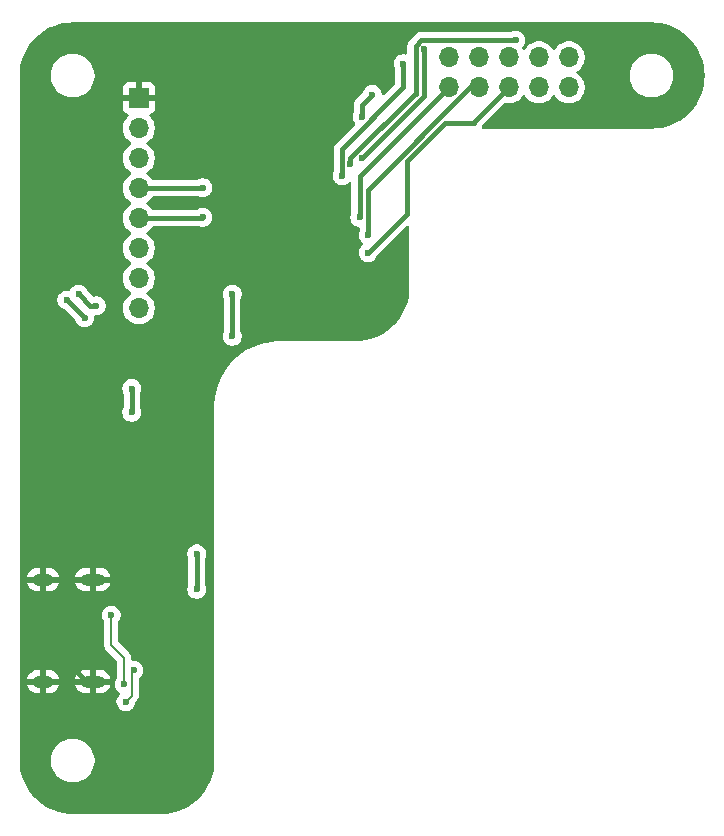
<source format=gbr>
%TF.GenerationSoftware,KiCad,Pcbnew,9.0.0*%
%TF.CreationDate,2025-03-13T15:17:37+10:00*%
%TF.ProjectId,Version 1,56657273-696f-46e2-9031-2e6b69636164,rev?*%
%TF.SameCoordinates,Original*%
%TF.FileFunction,Copper,L2,Bot*%
%TF.FilePolarity,Positive*%
%FSLAX46Y46*%
G04 Gerber Fmt 4.6, Leading zero omitted, Abs format (unit mm)*
G04 Created by KiCad (PCBNEW 9.0.0) date 2025-03-13 15:17:37*
%MOMM*%
%LPD*%
G01*
G04 APERTURE LIST*
%TA.AperFunction,ComponentPad*%
%ADD10O,1.700000X1.700000*%
%TD*%
%TA.AperFunction,ComponentPad*%
%ADD11O,2.100000X1.000000*%
%TD*%
%TA.AperFunction,ComponentPad*%
%ADD12O,1.800000X1.000000*%
%TD*%
%TA.AperFunction,HeatsinkPad*%
%ADD13C,0.600000*%
%TD*%
%TA.AperFunction,ComponentPad*%
%ADD14R,1.700000X1.700000*%
%TD*%
%TA.AperFunction,ViaPad*%
%ADD15C,0.600000*%
%TD*%
%TA.AperFunction,Conductor*%
%ADD16C,0.400000*%
%TD*%
%TA.AperFunction,Conductor*%
%ADD17C,0.200000*%
%TD*%
G04 APERTURE END LIST*
D10*
%TO.P,J3,1,Pin_1*%
%TO.N,IO40*%
X62000000Y-18460000D03*
%TO.P,J3,2,Pin_2*%
%TO.N,IO35*%
X62000000Y-21000000D03*
%TO.P,J3,3,Pin_3*%
%TO.N,IO41*%
X59460000Y-18460000D03*
%TO.P,J3,4,Pin_4*%
%TO.N,IO36*%
X59460000Y-21000000D03*
%TO.P,J3,5,Pin_5*%
%TO.N,IO42*%
X56920000Y-18460000D03*
%TO.P,J3,6,Pin_6*%
%TO.N,IO37*%
X56920000Y-21000000D03*
%TO.P,J3,7,Pin_7*%
%TO.N,IO2*%
X54380000Y-18460000D03*
%TO.P,J3,8,Pin_8*%
%TO.N,IO38*%
X54380000Y-21000000D03*
%TO.P,J3,9,Pin_9*%
%TO.N,IO1*%
X51840000Y-18460000D03*
%TO.P,J3,10,Pin_10*%
%TO.N,IO39*%
X51840000Y-21000000D03*
%TD*%
D11*
%TO.P,J1,SH1,SHELL_GND*%
%TO.N,GND*%
X21680000Y-62680000D03*
%TO.P,J1,SH2,SHELL_GND*%
X21680000Y-71320000D03*
D12*
%TO.P,J1,SH3,SHELL_GND*%
X17500000Y-62680000D03*
%TO.P,J1,SH4,SHELL_GND*%
X17500000Y-71320000D03*
%TD*%
D13*
%TO.P,U1,41,GND*%
%TO.N,GND*%
X34850000Y-29480000D03*
X34850000Y-30880000D03*
X35550000Y-28780000D03*
X35550000Y-30180000D03*
X35550000Y-31580000D03*
X36250000Y-29480000D03*
X36250000Y-30880000D03*
X36950000Y-28780000D03*
X36950000Y-30180000D03*
X36950000Y-31580000D03*
X37650000Y-29480000D03*
X37650000Y-30880000D03*
%TD*%
D14*
%TO.P,J2,1,Pin_1*%
%TO.N,GND*%
X25600000Y-21920000D03*
D10*
%TO.P,J2,2,Pin_2*%
%TO.N,+3.3V*%
X25600000Y-24460000D03*
%TO.P,J2,3,Pin_3*%
%TO.N,EN*%
X25600000Y-27000000D03*
%TO.P,J2,4,Pin_4*%
%TO.N,TXD0*%
X25600000Y-29540000D03*
%TO.P,J2,5,Pin_5*%
%TO.N,RXD0*%
X25600000Y-32080000D03*
%TO.P,J2,6,Pin_6*%
%TO.N,D-*%
X25600000Y-34620000D03*
%TO.P,J2,7,Pin_7*%
%TO.N,D+*%
X25600000Y-37160000D03*
%TO.P,J2,8,Pin_8*%
%TO.N,BOOT*%
X25600000Y-39700000D03*
%TD*%
D15*
%TO.N,+3.3V*%
X30500000Y-63500000D03*
X30500000Y-60500000D03*
X33500000Y-38500000D03*
X33500000Y-42071000D03*
%TO.N,GND*%
X43000000Y-24000000D03*
X17500000Y-32500000D03*
X39000000Y-28500000D03*
X19500000Y-66500000D03*
X25500000Y-69000000D03*
X22150000Y-44000000D03*
%TO.N,EN*%
X25000000Y-48500000D03*
X25000000Y-46500000D03*
X21000000Y-40500000D03*
X19500000Y-39000000D03*
%TO.N,BOOT*%
X22000000Y-39500000D03*
X20500000Y-38500000D03*
%TO.N,Net-(J1-CC1)*%
X23250961Y-65674281D03*
X24370025Y-71529975D03*
%TO.N,Net-(J1-CC2)*%
X25159975Y-70340025D03*
X24500000Y-73000000D03*
%TO.N,RXD0*%
X31000000Y-32000000D03*
%TO.N,TXD0*%
X31000000Y-29500000D03*
%TO.N,IO37*%
X45000000Y-35000000D03*
%TO.N,IO38*%
X45000000Y-33500000D03*
%TO.N,IO2*%
X45349000Y-21609000D03*
X44500000Y-23500000D03*
%TO.N,IO42*%
X44500000Y-27000000D03*
X49755025Y-17755025D03*
%TO.N,IO40*%
X48000000Y-19000000D03*
X42799000Y-28500000D03*
%TO.N,IO39*%
X44300000Y-32000000D03*
%TO.N,IO41*%
X57500000Y-17000000D03*
X43500000Y-27500000D03*
%TD*%
D16*
%TO.N,+3.3V*%
X33500000Y-42071000D02*
X33500000Y-38500000D01*
X30500000Y-63500000D02*
X30500000Y-60500000D01*
%TO.N,GND*%
X21230000Y-71320000D02*
X21680000Y-71320000D01*
X19500000Y-66500000D02*
X19500000Y-69590000D01*
X19500000Y-69590000D02*
X21230000Y-71320000D01*
%TO.N,EN*%
X21000000Y-40500000D02*
X19500000Y-39000000D01*
X19500000Y-39000000D02*
X19750000Y-39250000D01*
X25000000Y-48500000D02*
X25000000Y-46500000D01*
%TO.N,BOOT*%
X21500000Y-39500000D02*
X20500000Y-38500000D01*
X22000000Y-39500000D02*
X21500000Y-39500000D01*
D17*
%TO.N,Net-(J1-CC1)*%
X23250961Y-68210908D02*
X24370025Y-69329972D01*
X24370025Y-69329972D02*
X24370025Y-71529975D01*
X23250961Y-65674281D02*
X23250961Y-68210908D01*
%TO.N,Net-(J1-CC2)*%
X25000000Y-72500000D02*
X25000000Y-70500000D01*
X24500000Y-73000000D02*
X25000000Y-72500000D01*
X25000000Y-70500000D02*
X25159975Y-70340025D01*
D16*
%TO.N,RXD0*%
X31000000Y-32000000D02*
X30920000Y-32080000D01*
X30920000Y-32080000D02*
X25600000Y-32080000D01*
%TO.N,TXD0*%
X30960000Y-29540000D02*
X25600000Y-29540000D01*
X31000000Y-29500000D02*
X30960000Y-29540000D01*
%TO.N,IO37*%
X48299000Y-27201000D02*
X51500000Y-24000000D01*
X45000000Y-35000000D02*
X48299000Y-31701000D01*
X51500000Y-24000000D02*
X54000000Y-24000000D01*
X54000000Y-24000000D02*
X54000000Y-23920000D01*
X48299000Y-31701000D02*
X48299000Y-27201000D01*
X54000000Y-23920000D02*
X56920000Y-21000000D01*
%TO.N,IO38*%
X45000000Y-29650058D02*
X53650058Y-21000000D01*
X53650058Y-21000000D02*
X54380000Y-21000000D01*
X45000000Y-33500000D02*
X45000000Y-29650058D01*
%TO.N,IO2*%
X44500000Y-23500000D02*
X44500000Y-22458000D01*
X44500000Y-22458000D02*
X45349000Y-21609000D01*
%TO.N,IO42*%
X49755025Y-21744975D02*
X44500000Y-27000000D01*
X49755025Y-17755025D02*
X49755025Y-21744975D01*
%TO.N,IO40*%
X48000000Y-21000000D02*
X48000000Y-19000000D01*
X42799000Y-26201000D02*
X48000000Y-21000000D01*
X42799000Y-28500000D02*
X42799000Y-26201000D01*
%TO.N,IO39*%
X44300000Y-28540000D02*
X51840000Y-21000000D01*
X44300000Y-32000000D02*
X44300000Y-28540000D01*
%TO.N,IO41*%
X49024913Y-21524913D02*
X49024913Y-17493773D01*
X48983723Y-21524913D02*
X49024913Y-21524913D01*
X43500000Y-27008636D02*
X48983723Y-21524913D01*
X49024913Y-17493773D02*
X49518686Y-17000000D01*
X49518686Y-17000000D02*
X57500000Y-17000000D01*
X43500000Y-27500000D02*
X43500000Y-27008636D01*
%TD*%
%TA.AperFunction,Conductor*%
%TO.N,GND*%
G36*
X69002855Y-15500632D02*
G01*
X69409440Y-15519429D01*
X69420837Y-15520485D01*
X69821117Y-15576322D01*
X69832353Y-15578423D01*
X70225776Y-15670955D01*
X70236766Y-15674082D01*
X70619989Y-15802525D01*
X70630643Y-15806653D01*
X71000365Y-15969901D01*
X71010592Y-15974993D01*
X71236487Y-16100816D01*
X71363669Y-16171656D01*
X71373407Y-16177685D01*
X71667620Y-16379225D01*
X71706830Y-16406084D01*
X71715967Y-16412985D01*
X71889209Y-16556843D01*
X72026883Y-16671166D01*
X72035347Y-16678882D01*
X72321117Y-16964652D01*
X72328833Y-16973116D01*
X72587012Y-17284029D01*
X72593915Y-17293169D01*
X72822314Y-17626592D01*
X72828343Y-17636330D01*
X73024999Y-17989394D01*
X73030102Y-17999643D01*
X73137973Y-18243946D01*
X73193341Y-18369343D01*
X73197478Y-18380021D01*
X73259908Y-18566286D01*
X73325913Y-18763220D01*
X73329047Y-18774236D01*
X73421573Y-19167633D01*
X73423678Y-19178892D01*
X73479513Y-19579160D01*
X73480570Y-19590564D01*
X73499235Y-19994273D01*
X73499235Y-20005727D01*
X73480570Y-20409435D01*
X73479513Y-20420839D01*
X73423678Y-20821107D01*
X73421573Y-20832366D01*
X73329047Y-21225763D01*
X73325913Y-21236779D01*
X73197479Y-21619976D01*
X73193341Y-21630656D01*
X73030104Y-22000352D01*
X73024999Y-22010605D01*
X72828343Y-22363669D01*
X72822314Y-22373407D01*
X72593915Y-22706830D01*
X72587012Y-22715970D01*
X72328833Y-23026883D01*
X72321117Y-23035347D01*
X72035347Y-23321117D01*
X72026883Y-23328833D01*
X71715970Y-23587012D01*
X71706830Y-23593915D01*
X71373407Y-23822314D01*
X71363669Y-23828343D01*
X71010605Y-24024999D01*
X71000352Y-24030104D01*
X70630656Y-24193341D01*
X70619976Y-24197479D01*
X70236779Y-24325913D01*
X70225763Y-24329047D01*
X69832366Y-24421573D01*
X69821107Y-24423678D01*
X69420839Y-24479513D01*
X69409435Y-24480570D01*
X69002855Y-24499368D01*
X68997128Y-24499500D01*
X54736895Y-24499500D01*
X54705418Y-24490257D01*
X54673624Y-24482143D01*
X54672058Y-24480461D01*
X54669856Y-24479815D01*
X54648381Y-24455032D01*
X54626012Y-24431007D01*
X54625603Y-24428745D01*
X54624101Y-24427011D01*
X54619433Y-24394547D01*
X54613605Y-24362248D01*
X54614362Y-24359280D01*
X54614157Y-24357853D01*
X54622333Y-24328050D01*
X54626157Y-24318815D01*
X54640984Y-24283019D01*
X54667861Y-24242794D01*
X56550150Y-22360505D01*
X56611471Y-22327022D01*
X56657227Y-22325715D01*
X56725868Y-22336586D01*
X56813713Y-22350500D01*
X56813714Y-22350500D01*
X57026286Y-22350500D01*
X57026287Y-22350500D01*
X57236243Y-22317246D01*
X57438412Y-22251557D01*
X57627816Y-22155051D01*
X57667537Y-22126192D01*
X57799786Y-22030109D01*
X57799788Y-22030106D01*
X57799792Y-22030104D01*
X57950104Y-21879792D01*
X57950106Y-21879788D01*
X57950109Y-21879786D01*
X58075048Y-21707820D01*
X58075047Y-21707820D01*
X58075051Y-21707816D01*
X58079514Y-21699054D01*
X58127488Y-21648259D01*
X58195308Y-21631463D01*
X58261444Y-21653999D01*
X58300486Y-21699056D01*
X58304951Y-21707820D01*
X58429890Y-21879786D01*
X58580213Y-22030109D01*
X58752179Y-22155048D01*
X58752181Y-22155049D01*
X58752184Y-22155051D01*
X58941588Y-22251557D01*
X59143757Y-22317246D01*
X59353713Y-22350500D01*
X59353714Y-22350500D01*
X59566286Y-22350500D01*
X59566287Y-22350500D01*
X59776243Y-22317246D01*
X59978412Y-22251557D01*
X60167816Y-22155051D01*
X60207537Y-22126192D01*
X60339786Y-22030109D01*
X60339788Y-22030106D01*
X60339792Y-22030104D01*
X60490104Y-21879792D01*
X60490106Y-21879788D01*
X60490109Y-21879786D01*
X60615048Y-21707820D01*
X60615047Y-21707820D01*
X60615051Y-21707816D01*
X60619514Y-21699054D01*
X60667488Y-21648259D01*
X60735308Y-21631463D01*
X60801444Y-21653999D01*
X60840486Y-21699056D01*
X60844951Y-21707820D01*
X60969890Y-21879786D01*
X61120213Y-22030109D01*
X61292179Y-22155048D01*
X61292181Y-22155049D01*
X61292184Y-22155051D01*
X61481588Y-22251557D01*
X61683757Y-22317246D01*
X61893713Y-22350500D01*
X61893714Y-22350500D01*
X62106286Y-22350500D01*
X62106287Y-22350500D01*
X62316243Y-22317246D01*
X62518412Y-22251557D01*
X62707816Y-22155051D01*
X62747537Y-22126192D01*
X62879786Y-22030109D01*
X62879788Y-22030106D01*
X62879792Y-22030104D01*
X63030104Y-21879792D01*
X63030106Y-21879788D01*
X63030109Y-21879786D01*
X63155048Y-21707820D01*
X63155047Y-21707820D01*
X63155051Y-21707816D01*
X63251557Y-21518412D01*
X63317246Y-21316243D01*
X63350500Y-21106287D01*
X63350500Y-20893713D01*
X63317246Y-20683757D01*
X63251557Y-20481588D01*
X63155051Y-20292184D01*
X63155049Y-20292181D01*
X63155048Y-20292179D01*
X63030109Y-20120213D01*
X62881345Y-19971449D01*
X62879792Y-19969896D01*
X62754286Y-19878711D01*
X67149500Y-19878711D01*
X67149500Y-20121288D01*
X67181161Y-20361785D01*
X67243947Y-20596104D01*
X67336773Y-20820205D01*
X67336777Y-20820214D01*
X67341218Y-20827906D01*
X67458064Y-21030289D01*
X67458066Y-21030292D01*
X67458067Y-21030293D01*
X67605733Y-21222736D01*
X67605739Y-21222743D01*
X67777256Y-21394260D01*
X67777263Y-21394266D01*
X67855208Y-21454075D01*
X67969711Y-21541936D01*
X68179788Y-21663224D01*
X68403900Y-21756054D01*
X68638211Y-21818838D01*
X68817922Y-21842497D01*
X68878711Y-21850500D01*
X68878712Y-21850500D01*
X69121289Y-21850500D01*
X69182078Y-21842497D01*
X69361789Y-21818838D01*
X69596100Y-21756054D01*
X69820212Y-21663224D01*
X70030289Y-21541936D01*
X70222738Y-21394265D01*
X70394265Y-21222738D01*
X70541936Y-21030289D01*
X70663224Y-20820212D01*
X70756054Y-20596100D01*
X70818838Y-20361789D01*
X70850500Y-20121288D01*
X70850500Y-19878712D01*
X70849253Y-19869243D01*
X70836517Y-19772498D01*
X70818838Y-19638211D01*
X70756054Y-19403900D01*
X70663224Y-19179788D01*
X70541936Y-18969711D01*
X70394265Y-18777262D01*
X70394260Y-18777256D01*
X70222743Y-18605739D01*
X70222736Y-18605733D01*
X70030293Y-18458067D01*
X70030292Y-18458066D01*
X70030289Y-18458064D01*
X69820212Y-18336776D01*
X69820205Y-18336773D01*
X69596104Y-18243947D01*
X69361785Y-18181161D01*
X69121289Y-18149500D01*
X69121288Y-18149500D01*
X68878712Y-18149500D01*
X68878711Y-18149500D01*
X68638214Y-18181161D01*
X68403895Y-18243947D01*
X68179794Y-18336773D01*
X68179785Y-18336777D01*
X67969706Y-18458067D01*
X67777263Y-18605733D01*
X67777256Y-18605739D01*
X67605739Y-18777256D01*
X67605733Y-18777263D01*
X67458067Y-18969706D01*
X67458064Y-18969710D01*
X67458064Y-18969711D01*
X67453039Y-18978414D01*
X67336777Y-19179785D01*
X67336773Y-19179794D01*
X67243947Y-19403895D01*
X67181161Y-19638214D01*
X67149500Y-19878711D01*
X62754286Y-19878711D01*
X62707816Y-19844949D01*
X62690978Y-19836369D01*
X62683591Y-19831128D01*
X62667335Y-19810528D01*
X62648259Y-19792512D01*
X62646036Y-19783536D01*
X62640309Y-19776279D01*
X62637771Y-19750163D01*
X62631463Y-19724692D01*
X62634445Y-19715939D01*
X62633551Y-19706737D01*
X62645534Y-19683395D01*
X62653999Y-19658556D01*
X62661725Y-19651861D01*
X62665463Y-19644581D01*
X62679548Y-19636417D01*
X62699054Y-19619515D01*
X62707816Y-19615051D01*
X62757216Y-19579160D01*
X62879786Y-19490109D01*
X62879788Y-19490106D01*
X62879792Y-19490104D01*
X63030104Y-19339792D01*
X63030106Y-19339788D01*
X63030109Y-19339786D01*
X63139086Y-19189789D01*
X63155051Y-19167816D01*
X63251557Y-18978412D01*
X63317246Y-18776243D01*
X63350500Y-18566287D01*
X63350500Y-18353713D01*
X63317246Y-18143757D01*
X63251557Y-17941588D01*
X63155051Y-17752184D01*
X63155049Y-17752181D01*
X63155048Y-17752179D01*
X63030109Y-17580213D01*
X62879786Y-17429890D01*
X62707820Y-17304951D01*
X62518414Y-17208444D01*
X62518413Y-17208443D01*
X62518412Y-17208443D01*
X62316243Y-17142754D01*
X62316241Y-17142753D01*
X62316240Y-17142753D01*
X62154957Y-17117208D01*
X62106287Y-17109500D01*
X61893713Y-17109500D01*
X61845042Y-17117208D01*
X61683760Y-17142753D01*
X61481585Y-17208444D01*
X61292179Y-17304951D01*
X61120213Y-17429890D01*
X60969890Y-17580213D01*
X60844949Y-17752182D01*
X60840484Y-17760946D01*
X60792509Y-17811742D01*
X60724688Y-17828536D01*
X60658553Y-17805998D01*
X60619516Y-17760946D01*
X60615050Y-17752182D01*
X60490109Y-17580213D01*
X60339786Y-17429890D01*
X60167820Y-17304951D01*
X59978414Y-17208444D01*
X59978413Y-17208443D01*
X59978412Y-17208443D01*
X59776243Y-17142754D01*
X59776241Y-17142753D01*
X59776240Y-17142753D01*
X59614957Y-17117208D01*
X59566287Y-17109500D01*
X59353713Y-17109500D01*
X59305042Y-17117208D01*
X59143760Y-17142753D01*
X58941585Y-17208444D01*
X58752179Y-17304951D01*
X58580213Y-17429890D01*
X58429890Y-17580213D01*
X58304949Y-17752182D01*
X58300484Y-17760946D01*
X58296476Y-17765189D01*
X58294879Y-17770804D01*
X58272757Y-17790303D01*
X58252509Y-17811742D01*
X58246843Y-17813144D01*
X58242464Y-17817005D01*
X58213308Y-17821448D01*
X58184688Y-17828536D01*
X58179163Y-17826653D01*
X58173392Y-17827533D01*
X58146463Y-17815509D01*
X58118553Y-17805998D01*
X58113539Y-17800809D01*
X58109593Y-17799047D01*
X58099573Y-17786354D01*
X58086255Y-17772570D01*
X58082570Y-17766942D01*
X58075051Y-17752184D01*
X58053389Y-17722369D01*
X58051750Y-17719865D01*
X58042462Y-17689195D01*
X58031697Y-17659026D01*
X58032404Y-17655983D01*
X58031499Y-17652994D01*
X58040264Y-17622181D01*
X58047521Y-17590972D01*
X58050112Y-17587561D01*
X58050616Y-17585791D01*
X58053164Y-17583544D01*
X58067815Y-17564263D01*
X58121786Y-17510292D01*
X58121789Y-17510289D01*
X58209394Y-17379179D01*
X58269737Y-17233497D01*
X58300500Y-17078842D01*
X58300500Y-16921158D01*
X58300500Y-16921155D01*
X58300499Y-16921153D01*
X58269737Y-16766503D01*
X58269735Y-16766498D01*
X58209397Y-16620827D01*
X58209390Y-16620814D01*
X58121789Y-16489711D01*
X58121786Y-16489707D01*
X58010292Y-16378213D01*
X58010288Y-16378210D01*
X57879185Y-16290609D01*
X57879172Y-16290602D01*
X57733501Y-16230264D01*
X57733489Y-16230261D01*
X57578845Y-16199500D01*
X57578842Y-16199500D01*
X57421158Y-16199500D01*
X57421155Y-16199500D01*
X57266510Y-16230261D01*
X57266498Y-16230264D01*
X57122136Y-16290061D01*
X57074684Y-16299500D01*
X49449689Y-16299500D01*
X49341276Y-16321065D01*
X49341275Y-16321065D01*
X49327817Y-16323742D01*
X49314359Y-16326419D01*
X49314357Y-16326420D01*
X49261552Y-16348292D01*
X49261550Y-16348293D01*
X49261549Y-16348292D01*
X49186877Y-16379223D01*
X49092940Y-16441991D01*
X49092939Y-16441992D01*
X49072140Y-16455888D01*
X49072139Y-16455889D01*
X48480801Y-17047226D01*
X48480798Y-17047229D01*
X48416973Y-17142750D01*
X48416974Y-17142751D01*
X48404137Y-17161963D01*
X48351333Y-17289444D01*
X48351331Y-17289450D01*
X48324413Y-17424777D01*
X48324413Y-18097252D01*
X48304728Y-18164291D01*
X48251924Y-18210046D01*
X48182766Y-18219990D01*
X48176222Y-18218869D01*
X48078846Y-18199500D01*
X48078842Y-18199500D01*
X47921158Y-18199500D01*
X47921155Y-18199500D01*
X47766510Y-18230261D01*
X47766498Y-18230264D01*
X47620827Y-18290602D01*
X47620814Y-18290609D01*
X47489711Y-18378210D01*
X47489707Y-18378213D01*
X47378213Y-18489707D01*
X47378210Y-18489711D01*
X47290609Y-18620814D01*
X47290602Y-18620827D01*
X47230264Y-18766498D01*
X47230261Y-18766510D01*
X47199500Y-18921153D01*
X47199500Y-19078846D01*
X47230261Y-19233489D01*
X47230264Y-19233501D01*
X47290061Y-19377864D01*
X47299500Y-19425316D01*
X47299500Y-20658480D01*
X47279815Y-20725519D01*
X47263181Y-20746161D01*
X46361181Y-21648161D01*
X46299858Y-21681646D01*
X46230166Y-21676662D01*
X46174233Y-21634790D01*
X46149816Y-21569326D01*
X46149500Y-21560480D01*
X46149500Y-21530155D01*
X46149499Y-21530153D01*
X46127588Y-21420000D01*
X46118737Y-21375503D01*
X46094189Y-21316239D01*
X46058397Y-21229827D01*
X46058390Y-21229814D01*
X45970789Y-21098711D01*
X45970786Y-21098707D01*
X45859292Y-20987213D01*
X45859288Y-20987210D01*
X45728185Y-20899609D01*
X45728172Y-20899602D01*
X45582501Y-20839264D01*
X45582489Y-20839261D01*
X45427845Y-20808500D01*
X45427842Y-20808500D01*
X45270158Y-20808500D01*
X45270155Y-20808500D01*
X45115510Y-20839261D01*
X45115498Y-20839264D01*
X44969827Y-20899602D01*
X44969814Y-20899609D01*
X44838711Y-20987210D01*
X44838707Y-20987213D01*
X44727213Y-21098707D01*
X44727210Y-21098711D01*
X44639609Y-21229814D01*
X44639604Y-21229824D01*
X44579808Y-21374185D01*
X44552928Y-21414413D01*
X43955887Y-22011454D01*
X43879222Y-22126192D01*
X43826421Y-22253667D01*
X43826418Y-22253679D01*
X43807160Y-22350498D01*
X43807160Y-22350501D01*
X43799500Y-22389006D01*
X43799500Y-23074684D01*
X43790061Y-23122136D01*
X43730264Y-23266498D01*
X43730261Y-23266510D01*
X43699500Y-23421153D01*
X43699500Y-23578846D01*
X43730261Y-23733489D01*
X43730264Y-23733501D01*
X43790602Y-23879172D01*
X43790609Y-23879185D01*
X43870076Y-23998114D01*
X43890954Y-24064791D01*
X43872470Y-24132171D01*
X43854655Y-24154686D01*
X42254887Y-25754454D01*
X42178222Y-25869192D01*
X42125421Y-25996667D01*
X42125418Y-25996679D01*
X42102208Y-26113365D01*
X42102207Y-26113370D01*
X42098500Y-26132002D01*
X42098500Y-28074684D01*
X42089061Y-28122136D01*
X42029264Y-28266498D01*
X42029261Y-28266510D01*
X41998500Y-28421153D01*
X41998500Y-28578846D01*
X42029261Y-28733489D01*
X42029264Y-28733501D01*
X42089602Y-28879172D01*
X42089609Y-28879185D01*
X42177210Y-29010288D01*
X42177213Y-29010292D01*
X42288707Y-29121786D01*
X42288711Y-29121789D01*
X42419814Y-29209390D01*
X42419827Y-29209397D01*
X42557683Y-29266498D01*
X42565503Y-29269737D01*
X42720153Y-29300499D01*
X42720156Y-29300500D01*
X42720158Y-29300500D01*
X42877844Y-29300500D01*
X42877845Y-29300499D01*
X43032497Y-29269737D01*
X43178179Y-29209394D01*
X43309289Y-29121789D01*
X43310264Y-29120814D01*
X43387819Y-29043260D01*
X43449142Y-29009775D01*
X43518834Y-29014759D01*
X43574767Y-29056631D01*
X43599184Y-29122095D01*
X43599500Y-29130941D01*
X43599500Y-31574684D01*
X43590061Y-31622136D01*
X43530264Y-31766498D01*
X43530261Y-31766510D01*
X43499500Y-31921153D01*
X43499500Y-32078846D01*
X43530261Y-32233489D01*
X43530264Y-32233501D01*
X43590602Y-32379172D01*
X43590609Y-32379185D01*
X43678210Y-32510288D01*
X43678213Y-32510292D01*
X43789707Y-32621786D01*
X43789711Y-32621789D01*
X43920814Y-32709390D01*
X43920827Y-32709397D01*
X44066498Y-32769735D01*
X44066503Y-32769737D01*
X44176987Y-32791713D01*
X44199691Y-32796230D01*
X44227814Y-32810940D01*
X44256703Y-32824134D01*
X44258560Y-32827023D01*
X44261602Y-32828615D01*
X44277308Y-32856197D01*
X44294477Y-32882912D01*
X44295137Y-32887506D01*
X44296176Y-32889330D01*
X44299500Y-32917847D01*
X44299500Y-33074684D01*
X44290061Y-33122136D01*
X44230264Y-33266498D01*
X44230261Y-33266510D01*
X44199500Y-33421153D01*
X44199500Y-33578846D01*
X44230261Y-33733489D01*
X44230264Y-33733501D01*
X44290602Y-33879172D01*
X44290609Y-33879185D01*
X44378210Y-34010288D01*
X44378213Y-34010292D01*
X44489707Y-34121786D01*
X44527289Y-34146898D01*
X44572093Y-34200511D01*
X44580800Y-34269836D01*
X44550645Y-34332863D01*
X44527289Y-34353102D01*
X44489707Y-34378213D01*
X44378213Y-34489707D01*
X44378210Y-34489711D01*
X44290609Y-34620814D01*
X44290602Y-34620827D01*
X44230264Y-34766498D01*
X44230261Y-34766510D01*
X44199500Y-34921153D01*
X44199500Y-35078846D01*
X44230261Y-35233489D01*
X44230264Y-35233501D01*
X44290602Y-35379172D01*
X44290609Y-35379185D01*
X44378210Y-35510288D01*
X44378213Y-35510292D01*
X44489707Y-35621786D01*
X44489711Y-35621789D01*
X44620814Y-35709390D01*
X44620827Y-35709397D01*
X44766498Y-35769735D01*
X44766503Y-35769737D01*
X44921153Y-35800499D01*
X44921156Y-35800500D01*
X44921158Y-35800500D01*
X45078844Y-35800500D01*
X45078845Y-35800499D01*
X45233497Y-35769737D01*
X45379179Y-35709394D01*
X45510289Y-35621789D01*
X45621789Y-35510289D01*
X45709394Y-35379179D01*
X45709395Y-35379176D01*
X45709397Y-35379173D01*
X45769192Y-35234812D01*
X45796069Y-35194586D01*
X48287821Y-32702835D01*
X48349142Y-32669352D01*
X48418834Y-32674336D01*
X48474767Y-32716208D01*
X48499184Y-32781672D01*
X48499500Y-32790518D01*
X48499500Y-37961762D01*
X48499382Y-37967171D01*
X48482613Y-38351219D01*
X48481670Y-38361996D01*
X48431848Y-38740424D01*
X48429970Y-38751077D01*
X48347352Y-39123740D01*
X48344552Y-39134188D01*
X48229772Y-39498224D01*
X48226072Y-39508390D01*
X48079999Y-39861037D01*
X48075427Y-39870841D01*
X47899176Y-40209416D01*
X47893767Y-40218784D01*
X47688682Y-40540701D01*
X47682478Y-40549562D01*
X47450107Y-40852394D01*
X47443153Y-40860681D01*
X47185281Y-41142098D01*
X47177632Y-41149747D01*
X46896214Y-41407619D01*
X46887927Y-41414573D01*
X46585102Y-41646938D01*
X46576241Y-41653143D01*
X46254307Y-41858237D01*
X46244939Y-41863645D01*
X45906374Y-42039891D01*
X45896570Y-42044463D01*
X45543919Y-42190536D01*
X45533753Y-42194236D01*
X45169720Y-42309015D01*
X45159272Y-42311815D01*
X44786611Y-42394432D01*
X44775957Y-42396310D01*
X44397526Y-42446131D01*
X44386750Y-42447074D01*
X44323586Y-42449831D01*
X44002553Y-42463848D01*
X43997857Y-42463964D01*
X43997499Y-42463966D01*
X43934108Y-42463966D01*
X43932755Y-42464327D01*
X43923527Y-42464379D01*
X43923524Y-42464378D01*
X43923513Y-42464379D01*
X37499061Y-42499498D01*
X37498383Y-42499500D01*
X37272487Y-42499500D01*
X36819057Y-42537072D01*
X36819051Y-42537073D01*
X36370251Y-42611964D01*
X36370247Y-42611965D01*
X36212468Y-42651920D01*
X35929166Y-42723662D01*
X35929160Y-42723663D01*
X35929152Y-42723666D01*
X35498811Y-42871403D01*
X35082138Y-43054173D01*
X35082134Y-43054174D01*
X34681967Y-43270734D01*
X34301053Y-43519598D01*
X33941989Y-43799068D01*
X33607233Y-44107233D01*
X33299068Y-44441989D01*
X33019598Y-44801053D01*
X32770734Y-45181967D01*
X32554174Y-45582134D01*
X32554173Y-45582138D01*
X32371403Y-45998811D01*
X32223666Y-46429152D01*
X32223663Y-46429160D01*
X32223662Y-46429166D01*
X32185758Y-46578846D01*
X32111965Y-46870247D01*
X32111964Y-46870251D01*
X32037073Y-47319051D01*
X32037072Y-47319057D01*
X31999500Y-47772487D01*
X31999500Y-77997293D01*
X31999382Y-78002702D01*
X31982614Y-78386750D01*
X31981671Y-78397526D01*
X31931849Y-78775957D01*
X31929971Y-78786610D01*
X31847354Y-79159272D01*
X31844554Y-79169721D01*
X31729775Y-79533755D01*
X31726075Y-79543921D01*
X31580002Y-79896572D01*
X31575430Y-79906376D01*
X31399183Y-80244942D01*
X31393775Y-80254310D01*
X31188681Y-80576244D01*
X31182476Y-80585105D01*
X30950110Y-80887930D01*
X30943156Y-80896217D01*
X30685284Y-81177635D01*
X30677635Y-81185284D01*
X30396217Y-81443156D01*
X30387930Y-81450110D01*
X30085105Y-81682476D01*
X30076244Y-81688681D01*
X29754310Y-81893775D01*
X29744942Y-81899183D01*
X29406376Y-82075430D01*
X29396572Y-82080002D01*
X29043921Y-82226075D01*
X29033755Y-82229775D01*
X28669721Y-82344554D01*
X28659272Y-82347354D01*
X28286610Y-82429971D01*
X28275957Y-82431849D01*
X27897526Y-82481671D01*
X27886750Y-82482614D01*
X27502703Y-82499382D01*
X27497294Y-82499500D01*
X20002706Y-82499500D01*
X19997297Y-82499382D01*
X19613249Y-82482614D01*
X19602473Y-82481671D01*
X19224042Y-82431849D01*
X19213389Y-82429971D01*
X18840727Y-82347354D01*
X18830278Y-82344554D01*
X18466244Y-82229775D01*
X18456078Y-82226075D01*
X18103427Y-82080002D01*
X18093623Y-82075430D01*
X17755057Y-81899183D01*
X17745689Y-81893775D01*
X17423755Y-81688681D01*
X17414894Y-81682476D01*
X17112069Y-81450110D01*
X17103782Y-81443156D01*
X16822364Y-81185284D01*
X16814715Y-81177635D01*
X16556843Y-80896217D01*
X16549889Y-80887930D01*
X16317523Y-80585105D01*
X16311318Y-80576244D01*
X16106224Y-80254310D01*
X16100816Y-80244942D01*
X15924569Y-79906376D01*
X15919997Y-79896572D01*
X15773920Y-79543911D01*
X15770224Y-79533755D01*
X15655442Y-79169710D01*
X15652648Y-79159284D01*
X15570025Y-78786597D01*
X15568152Y-78775971D01*
X15518326Y-78397506D01*
X15517386Y-78386771D01*
X15500618Y-78002702D01*
X15500500Y-77997293D01*
X15500500Y-77878711D01*
X18149500Y-77878711D01*
X18149500Y-78121288D01*
X18181161Y-78361785D01*
X18243947Y-78596104D01*
X18336773Y-78820205D01*
X18336776Y-78820212D01*
X18458064Y-79030289D01*
X18458066Y-79030292D01*
X18458067Y-79030293D01*
X18605733Y-79222736D01*
X18605739Y-79222743D01*
X18777256Y-79394260D01*
X18777262Y-79394265D01*
X18969711Y-79541936D01*
X19179788Y-79663224D01*
X19403900Y-79756054D01*
X19638211Y-79818838D01*
X19818586Y-79842584D01*
X19878711Y-79850500D01*
X19878712Y-79850500D01*
X20121289Y-79850500D01*
X20169388Y-79844167D01*
X20361789Y-79818838D01*
X20596100Y-79756054D01*
X20820212Y-79663224D01*
X21030289Y-79541936D01*
X21222738Y-79394265D01*
X21394265Y-79222738D01*
X21541936Y-79030289D01*
X21663224Y-78820212D01*
X21756054Y-78596100D01*
X21818838Y-78361789D01*
X21850500Y-78121288D01*
X21850500Y-77878712D01*
X21818838Y-77638211D01*
X21756054Y-77403900D01*
X21663224Y-77179788D01*
X21541936Y-76969711D01*
X21394265Y-76777262D01*
X21394260Y-76777256D01*
X21222743Y-76605739D01*
X21222736Y-76605733D01*
X21030293Y-76458067D01*
X21030292Y-76458066D01*
X21030289Y-76458064D01*
X20820212Y-76336776D01*
X20820205Y-76336773D01*
X20596104Y-76243947D01*
X20361785Y-76181161D01*
X20121289Y-76149500D01*
X20121288Y-76149500D01*
X19878712Y-76149500D01*
X19878711Y-76149500D01*
X19638214Y-76181161D01*
X19403895Y-76243947D01*
X19179794Y-76336773D01*
X19179785Y-76336777D01*
X18969706Y-76458067D01*
X18777263Y-76605733D01*
X18777256Y-76605739D01*
X18605739Y-76777256D01*
X18605733Y-76777263D01*
X18458067Y-76969706D01*
X18336777Y-77179785D01*
X18336773Y-77179794D01*
X18243947Y-77403895D01*
X18181161Y-77638214D01*
X18149500Y-77878711D01*
X15500500Y-77878711D01*
X15500500Y-71070000D01*
X16130138Y-71070000D01*
X16933012Y-71070000D01*
X16915795Y-71079940D01*
X16859940Y-71135795D01*
X16820444Y-71204204D01*
X16800000Y-71280504D01*
X16800000Y-71359496D01*
X16820444Y-71435796D01*
X16859940Y-71504205D01*
X16915795Y-71560060D01*
X16933012Y-71570000D01*
X16130138Y-71570000D01*
X16138430Y-71611690D01*
X16138430Y-71611692D01*
X16213807Y-71793671D01*
X16213814Y-71793684D01*
X16323248Y-71957462D01*
X16323251Y-71957466D01*
X16462533Y-72096748D01*
X16462537Y-72096751D01*
X16626315Y-72206185D01*
X16626328Y-72206192D01*
X16808306Y-72281569D01*
X16808318Y-72281572D01*
X17001504Y-72319999D01*
X17001508Y-72320000D01*
X17250000Y-72320000D01*
X17250000Y-71620000D01*
X17750000Y-71620000D01*
X17750000Y-72320000D01*
X17998492Y-72320000D01*
X17998495Y-72319999D01*
X18191681Y-72281572D01*
X18191693Y-72281569D01*
X18373671Y-72206192D01*
X18373684Y-72206185D01*
X18537462Y-72096751D01*
X18537466Y-72096748D01*
X18676748Y-71957466D01*
X18676751Y-71957462D01*
X18786185Y-71793684D01*
X18786192Y-71793671D01*
X18861569Y-71611692D01*
X18861569Y-71611690D01*
X18869862Y-71570000D01*
X18066988Y-71570000D01*
X18084205Y-71560060D01*
X18140060Y-71504205D01*
X18179556Y-71435796D01*
X18200000Y-71359496D01*
X18200000Y-71280504D01*
X18179556Y-71204204D01*
X18140060Y-71135795D01*
X18084205Y-71079940D01*
X18066988Y-71070000D01*
X18869862Y-71070000D01*
X20160138Y-71070000D01*
X20963012Y-71070000D01*
X20945795Y-71079940D01*
X20889940Y-71135795D01*
X20850444Y-71204204D01*
X20830000Y-71280504D01*
X20830000Y-71359496D01*
X20850444Y-71435796D01*
X20889940Y-71504205D01*
X20945795Y-71560060D01*
X20963012Y-71570000D01*
X20160138Y-71570000D01*
X20168430Y-71611690D01*
X20168430Y-71611692D01*
X20243807Y-71793671D01*
X20243814Y-71793684D01*
X20353248Y-71957462D01*
X20353251Y-71957466D01*
X20492533Y-72096748D01*
X20492537Y-72096751D01*
X20656315Y-72206185D01*
X20656328Y-72206192D01*
X20838306Y-72281569D01*
X20838318Y-72281572D01*
X21031504Y-72319999D01*
X21031508Y-72320000D01*
X21430000Y-72320000D01*
X21430000Y-71620000D01*
X21930000Y-71620000D01*
X21930000Y-72320000D01*
X22328492Y-72320000D01*
X22328495Y-72319999D01*
X22521681Y-72281572D01*
X22521693Y-72281569D01*
X22703671Y-72206192D01*
X22703684Y-72206185D01*
X22867462Y-72096751D01*
X22867466Y-72096748D01*
X23006748Y-71957466D01*
X23006751Y-71957462D01*
X23116185Y-71793684D01*
X23116192Y-71793671D01*
X23191569Y-71611692D01*
X23191569Y-71611690D01*
X23199862Y-71570000D01*
X22396988Y-71570000D01*
X22414205Y-71560060D01*
X22470060Y-71504205D01*
X22509556Y-71435796D01*
X22530000Y-71359496D01*
X22530000Y-71280504D01*
X22509556Y-71204204D01*
X22470060Y-71135795D01*
X22414205Y-71079940D01*
X22396988Y-71070000D01*
X23199862Y-71070000D01*
X23191569Y-71028309D01*
X23191569Y-71028307D01*
X23116192Y-70846328D01*
X23116185Y-70846315D01*
X23006751Y-70682537D01*
X23006748Y-70682533D01*
X22867466Y-70543251D01*
X22867462Y-70543248D01*
X22703684Y-70433814D01*
X22703671Y-70433807D01*
X22521693Y-70358430D01*
X22521681Y-70358427D01*
X22328495Y-70320000D01*
X21930000Y-70320000D01*
X21930000Y-71020000D01*
X21430000Y-71020000D01*
X21430000Y-70320000D01*
X21031504Y-70320000D01*
X20838318Y-70358427D01*
X20838306Y-70358430D01*
X20656328Y-70433807D01*
X20656315Y-70433814D01*
X20492537Y-70543248D01*
X20492533Y-70543251D01*
X20353251Y-70682533D01*
X20353248Y-70682537D01*
X20243814Y-70846315D01*
X20243807Y-70846328D01*
X20168430Y-71028307D01*
X20168430Y-71028309D01*
X20160138Y-71070000D01*
X18869862Y-71070000D01*
X18861569Y-71028309D01*
X18861569Y-71028307D01*
X18786192Y-70846328D01*
X18786185Y-70846315D01*
X18676751Y-70682537D01*
X18676748Y-70682533D01*
X18537466Y-70543251D01*
X18537462Y-70543248D01*
X18373684Y-70433814D01*
X18373671Y-70433807D01*
X18191693Y-70358430D01*
X18191681Y-70358427D01*
X17998495Y-70320000D01*
X17750000Y-70320000D01*
X17750000Y-71020000D01*
X17250000Y-71020000D01*
X17250000Y-70320000D01*
X17001504Y-70320000D01*
X16808318Y-70358427D01*
X16808306Y-70358430D01*
X16626328Y-70433807D01*
X16626315Y-70433814D01*
X16462537Y-70543248D01*
X16462533Y-70543251D01*
X16323251Y-70682533D01*
X16323248Y-70682537D01*
X16213814Y-70846315D01*
X16213807Y-70846328D01*
X16138430Y-71028307D01*
X16138430Y-71028309D01*
X16130138Y-71070000D01*
X15500500Y-71070000D01*
X15500500Y-65595434D01*
X22450461Y-65595434D01*
X22450461Y-65753127D01*
X22481222Y-65907770D01*
X22481225Y-65907782D01*
X22541563Y-66053453D01*
X22541570Y-66053466D01*
X22629563Y-66185155D01*
X22650441Y-66251832D01*
X22650461Y-66254046D01*
X22650461Y-68124238D01*
X22650460Y-68124256D01*
X22650460Y-68289962D01*
X22650459Y-68289962D01*
X22691384Y-68442693D01*
X22720319Y-68492808D01*
X22720320Y-68492812D01*
X22720321Y-68492812D01*
X22770440Y-68579622D01*
X22770442Y-68579625D01*
X22889310Y-68698493D01*
X22889316Y-68698498D01*
X23733206Y-69542388D01*
X23766691Y-69603711D01*
X23769525Y-69630069D01*
X23769525Y-70950209D01*
X23749840Y-71017248D01*
X23748627Y-71019100D01*
X23660634Y-71150789D01*
X23660627Y-71150802D01*
X23600289Y-71296473D01*
X23600286Y-71296485D01*
X23569525Y-71451128D01*
X23569525Y-71608821D01*
X23600286Y-71763464D01*
X23600289Y-71763476D01*
X23660627Y-71909147D01*
X23660634Y-71909160D01*
X23748235Y-72040263D01*
X23748238Y-72040267D01*
X23859732Y-72151761D01*
X23859736Y-72151764D01*
X23947764Y-72210583D01*
X23992569Y-72264195D01*
X24001276Y-72333520D01*
X23971121Y-72396548D01*
X23966555Y-72401366D01*
X23878210Y-72489711D01*
X23790609Y-72620814D01*
X23790602Y-72620827D01*
X23730264Y-72766498D01*
X23730261Y-72766510D01*
X23699500Y-72921153D01*
X23699500Y-73078846D01*
X23730261Y-73233489D01*
X23730264Y-73233501D01*
X23790602Y-73379172D01*
X23790609Y-73379185D01*
X23878210Y-73510288D01*
X23878213Y-73510292D01*
X23989707Y-73621786D01*
X23989711Y-73621789D01*
X24120814Y-73709390D01*
X24120827Y-73709397D01*
X24266498Y-73769735D01*
X24266503Y-73769737D01*
X24421153Y-73800499D01*
X24421156Y-73800500D01*
X24421158Y-73800500D01*
X24578844Y-73800500D01*
X24578845Y-73800499D01*
X24733497Y-73769737D01*
X24879179Y-73709394D01*
X25010289Y-73621789D01*
X25121789Y-73510289D01*
X25209394Y-73379179D01*
X25269737Y-73233497D01*
X25285738Y-73153052D01*
X25300638Y-73078151D01*
X25333023Y-73016240D01*
X25334510Y-73014724D01*
X25480520Y-72868716D01*
X25559577Y-72731784D01*
X25600501Y-72579057D01*
X25600501Y-72420942D01*
X25600501Y-72413347D01*
X25600500Y-72413329D01*
X25600500Y-71074707D01*
X25620185Y-71007668D01*
X25655609Y-70971605D01*
X25670264Y-70961814D01*
X25781764Y-70850314D01*
X25869369Y-70719204D01*
X25929712Y-70573522D01*
X25960475Y-70418867D01*
X25960475Y-70261183D01*
X25960475Y-70261180D01*
X25960474Y-70261178D01*
X25929713Y-70106535D01*
X25929712Y-70106528D01*
X25929710Y-70106523D01*
X25869372Y-69960852D01*
X25869365Y-69960839D01*
X25781764Y-69829736D01*
X25781761Y-69829732D01*
X25670267Y-69718238D01*
X25670263Y-69718235D01*
X25539160Y-69630634D01*
X25539147Y-69630627D01*
X25393476Y-69570289D01*
X25393464Y-69570286D01*
X25238820Y-69539525D01*
X25238817Y-69539525D01*
X25094525Y-69539525D01*
X25027486Y-69519840D01*
X24981731Y-69467036D01*
X24970525Y-69415525D01*
X24970525Y-69250917D01*
X24970525Y-69250915D01*
X24929602Y-69098188D01*
X24929598Y-69098181D01*
X24850549Y-68961262D01*
X24850546Y-68961258D01*
X24850545Y-68961256D01*
X24738741Y-68849452D01*
X24738740Y-68849451D01*
X24734410Y-68845121D01*
X24734399Y-68845111D01*
X23887780Y-67998492D01*
X23854295Y-67937169D01*
X23851461Y-67910811D01*
X23851461Y-66254046D01*
X23871146Y-66187007D01*
X23872359Y-66185155D01*
X23960351Y-66053466D01*
X23960351Y-66053465D01*
X23960355Y-66053460D01*
X24020698Y-65907778D01*
X24051461Y-65753123D01*
X24051461Y-65595439D01*
X24051461Y-65595436D01*
X24051460Y-65595434D01*
X24020699Y-65440791D01*
X24020698Y-65440784D01*
X24020696Y-65440779D01*
X23960358Y-65295108D01*
X23960351Y-65295095D01*
X23872750Y-65163992D01*
X23872747Y-65163988D01*
X23761253Y-65052494D01*
X23761249Y-65052491D01*
X23630146Y-64964890D01*
X23630133Y-64964883D01*
X23484462Y-64904545D01*
X23484450Y-64904542D01*
X23329806Y-64873781D01*
X23329803Y-64873781D01*
X23172119Y-64873781D01*
X23172116Y-64873781D01*
X23017471Y-64904542D01*
X23017459Y-64904545D01*
X22871788Y-64964883D01*
X22871775Y-64964890D01*
X22740672Y-65052491D01*
X22740668Y-65052494D01*
X22629174Y-65163988D01*
X22629171Y-65163992D01*
X22541570Y-65295095D01*
X22541563Y-65295108D01*
X22481225Y-65440779D01*
X22481222Y-65440791D01*
X22450461Y-65595434D01*
X15500500Y-65595434D01*
X15500500Y-62430000D01*
X16130138Y-62430000D01*
X16933012Y-62430000D01*
X16915795Y-62439940D01*
X16859940Y-62495795D01*
X16820444Y-62564204D01*
X16800000Y-62640504D01*
X16800000Y-62719496D01*
X16820444Y-62795796D01*
X16859940Y-62864205D01*
X16915795Y-62920060D01*
X16933012Y-62930000D01*
X16130138Y-62930000D01*
X16138430Y-62971690D01*
X16138430Y-62971692D01*
X16213807Y-63153671D01*
X16213814Y-63153684D01*
X16323248Y-63317462D01*
X16323251Y-63317466D01*
X16462533Y-63456748D01*
X16462537Y-63456751D01*
X16626315Y-63566185D01*
X16626328Y-63566192D01*
X16808306Y-63641569D01*
X16808318Y-63641572D01*
X17001504Y-63679999D01*
X17001508Y-63680000D01*
X17250000Y-63680000D01*
X17250000Y-62980000D01*
X17750000Y-62980000D01*
X17750000Y-63680000D01*
X17998492Y-63680000D01*
X17998495Y-63679999D01*
X18191681Y-63641572D01*
X18191693Y-63641569D01*
X18373671Y-63566192D01*
X18373684Y-63566185D01*
X18537462Y-63456751D01*
X18537466Y-63456748D01*
X18676748Y-63317466D01*
X18676751Y-63317462D01*
X18786185Y-63153684D01*
X18786192Y-63153671D01*
X18861569Y-62971692D01*
X18861569Y-62971690D01*
X18869862Y-62930000D01*
X18066988Y-62930000D01*
X18084205Y-62920060D01*
X18140060Y-62864205D01*
X18179556Y-62795796D01*
X18200000Y-62719496D01*
X18200000Y-62640504D01*
X18179556Y-62564204D01*
X18140060Y-62495795D01*
X18084205Y-62439940D01*
X18066988Y-62430000D01*
X18869862Y-62430000D01*
X20160138Y-62430000D01*
X20963012Y-62430000D01*
X20945795Y-62439940D01*
X20889940Y-62495795D01*
X20850444Y-62564204D01*
X20830000Y-62640504D01*
X20830000Y-62719496D01*
X20850444Y-62795796D01*
X20889940Y-62864205D01*
X20945795Y-62920060D01*
X20963012Y-62930000D01*
X20160138Y-62930000D01*
X20168430Y-62971690D01*
X20168430Y-62971692D01*
X20243807Y-63153671D01*
X20243814Y-63153684D01*
X20353248Y-63317462D01*
X20353251Y-63317466D01*
X20492533Y-63456748D01*
X20492537Y-63456751D01*
X20656315Y-63566185D01*
X20656328Y-63566192D01*
X20838306Y-63641569D01*
X20838318Y-63641572D01*
X21031504Y-63679999D01*
X21031508Y-63680000D01*
X21430000Y-63680000D01*
X21430000Y-62980000D01*
X21930000Y-62980000D01*
X21930000Y-63680000D01*
X22328492Y-63680000D01*
X22328495Y-63679999D01*
X22521681Y-63641572D01*
X22521693Y-63641569D01*
X22703671Y-63566192D01*
X22703684Y-63566185D01*
X22867462Y-63456751D01*
X22867466Y-63456748D01*
X23006748Y-63317466D01*
X23006751Y-63317462D01*
X23116185Y-63153684D01*
X23116192Y-63153671D01*
X23191569Y-62971692D01*
X23191569Y-62971690D01*
X23199862Y-62930000D01*
X22396988Y-62930000D01*
X22414205Y-62920060D01*
X22470060Y-62864205D01*
X22509556Y-62795796D01*
X22530000Y-62719496D01*
X22530000Y-62640504D01*
X22509556Y-62564204D01*
X22470060Y-62495795D01*
X22414205Y-62439940D01*
X22396988Y-62430000D01*
X23199862Y-62430000D01*
X23191569Y-62388309D01*
X23191569Y-62388307D01*
X23116192Y-62206328D01*
X23116185Y-62206315D01*
X23006751Y-62042537D01*
X23006748Y-62042533D01*
X22867466Y-61903251D01*
X22867462Y-61903248D01*
X22703684Y-61793814D01*
X22703671Y-61793807D01*
X22521693Y-61718430D01*
X22521681Y-61718427D01*
X22328495Y-61680000D01*
X21930000Y-61680000D01*
X21930000Y-62380000D01*
X21430000Y-62380000D01*
X21430000Y-61680000D01*
X21031504Y-61680000D01*
X20838318Y-61718427D01*
X20838306Y-61718430D01*
X20656328Y-61793807D01*
X20656315Y-61793814D01*
X20492537Y-61903248D01*
X20492533Y-61903251D01*
X20353251Y-62042533D01*
X20353248Y-62042537D01*
X20243814Y-62206315D01*
X20243807Y-62206328D01*
X20168430Y-62388307D01*
X20168430Y-62388309D01*
X20160138Y-62430000D01*
X18869862Y-62430000D01*
X18861569Y-62388309D01*
X18861569Y-62388307D01*
X18786192Y-62206328D01*
X18786185Y-62206315D01*
X18676751Y-62042537D01*
X18676748Y-62042533D01*
X18537466Y-61903251D01*
X18537462Y-61903248D01*
X18373684Y-61793814D01*
X18373671Y-61793807D01*
X18191693Y-61718430D01*
X18191681Y-61718427D01*
X17998495Y-61680000D01*
X17750000Y-61680000D01*
X17750000Y-62380000D01*
X17250000Y-62380000D01*
X17250000Y-61680000D01*
X17001504Y-61680000D01*
X16808318Y-61718427D01*
X16808306Y-61718430D01*
X16626328Y-61793807D01*
X16626315Y-61793814D01*
X16462537Y-61903248D01*
X16462533Y-61903251D01*
X16323251Y-62042533D01*
X16323248Y-62042537D01*
X16213814Y-62206315D01*
X16213807Y-62206328D01*
X16138430Y-62388307D01*
X16138430Y-62388309D01*
X16130138Y-62430000D01*
X15500500Y-62430000D01*
X15500500Y-60421153D01*
X29699500Y-60421153D01*
X29699500Y-60578846D01*
X29730261Y-60733489D01*
X29730264Y-60733501D01*
X29790061Y-60877864D01*
X29799500Y-60925316D01*
X29799500Y-63074684D01*
X29790061Y-63122136D01*
X29730264Y-63266498D01*
X29730261Y-63266510D01*
X29699500Y-63421153D01*
X29699500Y-63578846D01*
X29730261Y-63733489D01*
X29730264Y-63733501D01*
X29790602Y-63879172D01*
X29790609Y-63879185D01*
X29878210Y-64010288D01*
X29878213Y-64010292D01*
X29989707Y-64121786D01*
X29989711Y-64121789D01*
X30120814Y-64209390D01*
X30120827Y-64209397D01*
X30266498Y-64269735D01*
X30266503Y-64269737D01*
X30421153Y-64300499D01*
X30421156Y-64300500D01*
X30421158Y-64300500D01*
X30578844Y-64300500D01*
X30578845Y-64300499D01*
X30733497Y-64269737D01*
X30879179Y-64209394D01*
X31010289Y-64121789D01*
X31121789Y-64010289D01*
X31209394Y-63879179D01*
X31269737Y-63733497D01*
X31300500Y-63578842D01*
X31300500Y-63421158D01*
X31300500Y-63421155D01*
X31300499Y-63421153D01*
X31269738Y-63266510D01*
X31269737Y-63266503D01*
X31209939Y-63122136D01*
X31200500Y-63074684D01*
X31200500Y-60925316D01*
X31209939Y-60877864D01*
X31269735Y-60733501D01*
X31269737Y-60733497D01*
X31300500Y-60578842D01*
X31300500Y-60421158D01*
X31300500Y-60421155D01*
X31300499Y-60421153D01*
X31269738Y-60266510D01*
X31269737Y-60266503D01*
X31269735Y-60266498D01*
X31209397Y-60120827D01*
X31209390Y-60120814D01*
X31121789Y-59989711D01*
X31121786Y-59989707D01*
X31010292Y-59878213D01*
X31010288Y-59878210D01*
X30879185Y-59790609D01*
X30879172Y-59790602D01*
X30733501Y-59730264D01*
X30733489Y-59730261D01*
X30578845Y-59699500D01*
X30578842Y-59699500D01*
X30421158Y-59699500D01*
X30421155Y-59699500D01*
X30266510Y-59730261D01*
X30266498Y-59730264D01*
X30120827Y-59790602D01*
X30120814Y-59790609D01*
X29989711Y-59878210D01*
X29989707Y-59878213D01*
X29878213Y-59989707D01*
X29878210Y-59989711D01*
X29790609Y-60120814D01*
X29790602Y-60120827D01*
X29730264Y-60266498D01*
X29730261Y-60266510D01*
X29699500Y-60421153D01*
X15500500Y-60421153D01*
X15500500Y-46421153D01*
X24199500Y-46421153D01*
X24199500Y-46578846D01*
X24230261Y-46733489D01*
X24230264Y-46733501D01*
X24290061Y-46877864D01*
X24299500Y-46925316D01*
X24299500Y-48074684D01*
X24290061Y-48122136D01*
X24230264Y-48266498D01*
X24230261Y-48266510D01*
X24199500Y-48421153D01*
X24199500Y-48578846D01*
X24230261Y-48733489D01*
X24230264Y-48733501D01*
X24290602Y-48879172D01*
X24290609Y-48879185D01*
X24378210Y-49010288D01*
X24378213Y-49010292D01*
X24489707Y-49121786D01*
X24489711Y-49121789D01*
X24620814Y-49209390D01*
X24620827Y-49209397D01*
X24766498Y-49269735D01*
X24766503Y-49269737D01*
X24921153Y-49300499D01*
X24921156Y-49300500D01*
X24921158Y-49300500D01*
X25078844Y-49300500D01*
X25078845Y-49300499D01*
X25233497Y-49269737D01*
X25379179Y-49209394D01*
X25510289Y-49121789D01*
X25621789Y-49010289D01*
X25709394Y-48879179D01*
X25769737Y-48733497D01*
X25800500Y-48578842D01*
X25800500Y-48421158D01*
X25800500Y-48421155D01*
X25800499Y-48421153D01*
X25769738Y-48266510D01*
X25769737Y-48266503D01*
X25709939Y-48122136D01*
X25700500Y-48074684D01*
X25700500Y-46925316D01*
X25709939Y-46877864D01*
X25769735Y-46733501D01*
X25769737Y-46733497D01*
X25800500Y-46578842D01*
X25800500Y-46421158D01*
X25800500Y-46421155D01*
X25800499Y-46421153D01*
X25769738Y-46266510D01*
X25769737Y-46266503D01*
X25769735Y-46266498D01*
X25709397Y-46120827D01*
X25709390Y-46120814D01*
X25621789Y-45989711D01*
X25621786Y-45989707D01*
X25510292Y-45878213D01*
X25510288Y-45878210D01*
X25379185Y-45790609D01*
X25379172Y-45790602D01*
X25233501Y-45730264D01*
X25233489Y-45730261D01*
X25078845Y-45699500D01*
X25078842Y-45699500D01*
X24921158Y-45699500D01*
X24921155Y-45699500D01*
X24766510Y-45730261D01*
X24766498Y-45730264D01*
X24620827Y-45790602D01*
X24620814Y-45790609D01*
X24489711Y-45878210D01*
X24489707Y-45878213D01*
X24378213Y-45989707D01*
X24378210Y-45989711D01*
X24290609Y-46120814D01*
X24290602Y-46120827D01*
X24230264Y-46266498D01*
X24230261Y-46266510D01*
X24199500Y-46421153D01*
X15500500Y-46421153D01*
X15500500Y-38921153D01*
X18699500Y-38921153D01*
X18699500Y-39078846D01*
X18730261Y-39233489D01*
X18730264Y-39233501D01*
X18790602Y-39379172D01*
X18790609Y-39379185D01*
X18878210Y-39510288D01*
X18878213Y-39510292D01*
X18989707Y-39621786D01*
X18989711Y-39621789D01*
X19120814Y-39709390D01*
X19120827Y-39709397D01*
X19265187Y-39769192D01*
X19305416Y-39796072D01*
X20203927Y-40694584D01*
X20230807Y-40734812D01*
X20290604Y-40879176D01*
X20290609Y-40879185D01*
X20378210Y-41010288D01*
X20378213Y-41010292D01*
X20489707Y-41121786D01*
X20489711Y-41121789D01*
X20620814Y-41209390D01*
X20620827Y-41209397D01*
X20766498Y-41269735D01*
X20766503Y-41269737D01*
X20921153Y-41300499D01*
X20921156Y-41300500D01*
X20921158Y-41300500D01*
X21078844Y-41300500D01*
X21078845Y-41300499D01*
X21233497Y-41269737D01*
X21379179Y-41209394D01*
X21510289Y-41121789D01*
X21621789Y-41010289D01*
X21709394Y-40879179D01*
X21769737Y-40733497D01*
X21800500Y-40578842D01*
X21800500Y-40424500D01*
X21820185Y-40357461D01*
X21872989Y-40311706D01*
X21924500Y-40300500D01*
X22078844Y-40300500D01*
X22078845Y-40300499D01*
X22233497Y-40269737D01*
X22357403Y-40218414D01*
X22379172Y-40209397D01*
X22379172Y-40209396D01*
X22379179Y-40209394D01*
X22510289Y-40121789D01*
X22621789Y-40010289D01*
X22709394Y-39879179D01*
X22769737Y-39733497D01*
X22800500Y-39578842D01*
X22800500Y-39421158D01*
X22800500Y-39421155D01*
X22800499Y-39421153D01*
X22769738Y-39266510D01*
X22769737Y-39266503D01*
X22756062Y-39233489D01*
X22709397Y-39120827D01*
X22709390Y-39120814D01*
X22621789Y-38989711D01*
X22621786Y-38989707D01*
X22510292Y-38878213D01*
X22510288Y-38878210D01*
X22379185Y-38790609D01*
X22379172Y-38790602D01*
X22233501Y-38730264D01*
X22233489Y-38730261D01*
X22078845Y-38699500D01*
X22078842Y-38699500D01*
X21921158Y-38699500D01*
X21921153Y-38699500D01*
X21793487Y-38724894D01*
X21723895Y-38718667D01*
X21681615Y-38690958D01*
X21296071Y-38305414D01*
X21269191Y-38265185D01*
X21209397Y-38120827D01*
X21209390Y-38120814D01*
X21121789Y-37989711D01*
X21121786Y-37989707D01*
X21010292Y-37878213D01*
X21010288Y-37878210D01*
X20879185Y-37790609D01*
X20879172Y-37790602D01*
X20733501Y-37730264D01*
X20733489Y-37730261D01*
X20578845Y-37699500D01*
X20578842Y-37699500D01*
X20421158Y-37699500D01*
X20421155Y-37699500D01*
X20266510Y-37730261D01*
X20266498Y-37730264D01*
X20120827Y-37790602D01*
X20120814Y-37790609D01*
X19989711Y-37878210D01*
X19989707Y-37878213D01*
X19878213Y-37989707D01*
X19878210Y-37989711D01*
X19790609Y-38120814D01*
X19790603Y-38120826D01*
X19783319Y-38138411D01*
X19739477Y-38192814D01*
X19673182Y-38214877D01*
X19644568Y-38212573D01*
X19578846Y-38199500D01*
X19578842Y-38199500D01*
X19421158Y-38199500D01*
X19421155Y-38199500D01*
X19266510Y-38230261D01*
X19266498Y-38230264D01*
X19120827Y-38290602D01*
X19120814Y-38290609D01*
X18989711Y-38378210D01*
X18989707Y-38378213D01*
X18878213Y-38489707D01*
X18878210Y-38489711D01*
X18790609Y-38620814D01*
X18790602Y-38620827D01*
X18730264Y-38766498D01*
X18730261Y-38766510D01*
X18699500Y-38921153D01*
X15500500Y-38921153D01*
X15500500Y-24353713D01*
X24249500Y-24353713D01*
X24249500Y-24566286D01*
X24275313Y-24729266D01*
X24282754Y-24776243D01*
X24313673Y-24871402D01*
X24348444Y-24978414D01*
X24444951Y-25167820D01*
X24569890Y-25339786D01*
X24720213Y-25490109D01*
X24892182Y-25615050D01*
X24900946Y-25619516D01*
X24951742Y-25667491D01*
X24968536Y-25735312D01*
X24945998Y-25801447D01*
X24900946Y-25840484D01*
X24892182Y-25844949D01*
X24720213Y-25969890D01*
X24569890Y-26120213D01*
X24444951Y-26292179D01*
X24348444Y-26481585D01*
X24282753Y-26683760D01*
X24261433Y-26818373D01*
X24249500Y-26893713D01*
X24249500Y-27106287D01*
X24282754Y-27316243D01*
X24339587Y-27491157D01*
X24348444Y-27518414D01*
X24444951Y-27707820D01*
X24569890Y-27879786D01*
X24720213Y-28030109D01*
X24892182Y-28155050D01*
X24900946Y-28159516D01*
X24951742Y-28207491D01*
X24968536Y-28275312D01*
X24945998Y-28341447D01*
X24900946Y-28380484D01*
X24892182Y-28384949D01*
X24720213Y-28509890D01*
X24569890Y-28660213D01*
X24444951Y-28832179D01*
X24348444Y-29021585D01*
X24282753Y-29223760D01*
X24249500Y-29433713D01*
X24249500Y-29646286D01*
X24263311Y-29733489D01*
X24282754Y-29856243D01*
X24332806Y-30010288D01*
X24348444Y-30058414D01*
X24444951Y-30247820D01*
X24569890Y-30419786D01*
X24720213Y-30570109D01*
X24892182Y-30695050D01*
X24900946Y-30699516D01*
X24951742Y-30747491D01*
X24968536Y-30815312D01*
X24945998Y-30881447D01*
X24900946Y-30920484D01*
X24892182Y-30924949D01*
X24720213Y-31049890D01*
X24569890Y-31200213D01*
X24444951Y-31372179D01*
X24348444Y-31561585D01*
X24282753Y-31763760D01*
X24249500Y-31973713D01*
X24249500Y-32186286D01*
X24282753Y-32396239D01*
X24348444Y-32598414D01*
X24444951Y-32787820D01*
X24569890Y-32959786D01*
X24720213Y-33110109D01*
X24892182Y-33235050D01*
X24900946Y-33239516D01*
X24951742Y-33287491D01*
X24968536Y-33355312D01*
X24945998Y-33421447D01*
X24900946Y-33460484D01*
X24892182Y-33464949D01*
X24720213Y-33589890D01*
X24569890Y-33740213D01*
X24444951Y-33912179D01*
X24348444Y-34101585D01*
X24282753Y-34303760D01*
X24249500Y-34513713D01*
X24249500Y-34726286D01*
X24280364Y-34921158D01*
X24282754Y-34936243D01*
X24329087Y-35078842D01*
X24348444Y-35138414D01*
X24444951Y-35327820D01*
X24569890Y-35499786D01*
X24720213Y-35650109D01*
X24892182Y-35775050D01*
X24900946Y-35779516D01*
X24951742Y-35827491D01*
X24968536Y-35895312D01*
X24945998Y-35961447D01*
X24900946Y-36000484D01*
X24892182Y-36004949D01*
X24720213Y-36129890D01*
X24569890Y-36280213D01*
X24444951Y-36452179D01*
X24348444Y-36641585D01*
X24282753Y-36843760D01*
X24249500Y-37053713D01*
X24249500Y-37266286D01*
X24282753Y-37476239D01*
X24348444Y-37678414D01*
X24444951Y-37867820D01*
X24569890Y-38039786D01*
X24720213Y-38190109D01*
X24892182Y-38315050D01*
X24900946Y-38319516D01*
X24951742Y-38367491D01*
X24968536Y-38435312D01*
X24945998Y-38501447D01*
X24900946Y-38540484D01*
X24892182Y-38544949D01*
X24720213Y-38669890D01*
X24569890Y-38820213D01*
X24444951Y-38992179D01*
X24348444Y-39181585D01*
X24282753Y-39383760D01*
X24249500Y-39593713D01*
X24249500Y-39806286D01*
X24281810Y-40010288D01*
X24282754Y-40016243D01*
X24347079Y-40214215D01*
X24348444Y-40218414D01*
X24444951Y-40407820D01*
X24569890Y-40579786D01*
X24720213Y-40730109D01*
X24892179Y-40855048D01*
X24892181Y-40855049D01*
X24892184Y-40855051D01*
X25081588Y-40951557D01*
X25283757Y-41017246D01*
X25493713Y-41050500D01*
X25493714Y-41050500D01*
X25706286Y-41050500D01*
X25706287Y-41050500D01*
X25916243Y-41017246D01*
X26118412Y-40951557D01*
X26307816Y-40855051D01*
X26407679Y-40782497D01*
X26479786Y-40730109D01*
X26479788Y-40730106D01*
X26479792Y-40730104D01*
X26630104Y-40579792D01*
X26630106Y-40579788D01*
X26630109Y-40579786D01*
X26755048Y-40407820D01*
X26755047Y-40407820D01*
X26755051Y-40407816D01*
X26851557Y-40218412D01*
X26917246Y-40016243D01*
X26950500Y-39806287D01*
X26950500Y-39593713D01*
X26917246Y-39383757D01*
X26851557Y-39181588D01*
X26755051Y-38992184D01*
X26755049Y-38992181D01*
X26755048Y-38992179D01*
X26630109Y-38820213D01*
X26479786Y-38669890D01*
X26307820Y-38544951D01*
X26307115Y-38544591D01*
X26299054Y-38540485D01*
X26292331Y-38534134D01*
X26283586Y-38531124D01*
X26267334Y-38510527D01*
X26248259Y-38492512D01*
X26246035Y-38483533D01*
X26240306Y-38476272D01*
X26237769Y-38450157D01*
X26231463Y-38424692D01*
X26232669Y-38421153D01*
X32699500Y-38421153D01*
X32699500Y-38578846D01*
X32730261Y-38733489D01*
X32730264Y-38733501D01*
X32790061Y-38877864D01*
X32799500Y-38925316D01*
X32799500Y-41645684D01*
X32790061Y-41693136D01*
X32730264Y-41837498D01*
X32730261Y-41837510D01*
X32699500Y-41992153D01*
X32699500Y-42149846D01*
X32730261Y-42304489D01*
X32730264Y-42304501D01*
X32790602Y-42450172D01*
X32790609Y-42450185D01*
X32878210Y-42581288D01*
X32878213Y-42581292D01*
X32989707Y-42692786D01*
X32989711Y-42692789D01*
X33120814Y-42780390D01*
X33120827Y-42780397D01*
X33266498Y-42840735D01*
X33266503Y-42840737D01*
X33420665Y-42871402D01*
X33421153Y-42871499D01*
X33421156Y-42871500D01*
X33421158Y-42871500D01*
X33578844Y-42871500D01*
X33578845Y-42871499D01*
X33733497Y-42840737D01*
X33879179Y-42780394D01*
X34010289Y-42692789D01*
X34121789Y-42581289D01*
X34209394Y-42450179D01*
X34269737Y-42304497D01*
X34300500Y-42149842D01*
X34300500Y-41992158D01*
X34300500Y-41992155D01*
X34300499Y-41992153D01*
X34269738Y-41837510D01*
X34269737Y-41837503D01*
X34209939Y-41693136D01*
X34200500Y-41645684D01*
X34200500Y-38925316D01*
X34209939Y-38877864D01*
X34246082Y-38790606D01*
X34269737Y-38733497D01*
X34300500Y-38578842D01*
X34300500Y-38421158D01*
X34300500Y-38421155D01*
X34300499Y-38421153D01*
X34288732Y-38361996D01*
X34269737Y-38266503D01*
X34269191Y-38265185D01*
X34209397Y-38120827D01*
X34209390Y-38120814D01*
X34121789Y-37989711D01*
X34121786Y-37989707D01*
X34010292Y-37878213D01*
X34010288Y-37878210D01*
X33879185Y-37790609D01*
X33879172Y-37790602D01*
X33733501Y-37730264D01*
X33733489Y-37730261D01*
X33578845Y-37699500D01*
X33578842Y-37699500D01*
X33421158Y-37699500D01*
X33421155Y-37699500D01*
X33266510Y-37730261D01*
X33266498Y-37730264D01*
X33120827Y-37790602D01*
X33120814Y-37790609D01*
X32989711Y-37878210D01*
X32989707Y-37878213D01*
X32878213Y-37989707D01*
X32878210Y-37989711D01*
X32790609Y-38120814D01*
X32790602Y-38120827D01*
X32730264Y-38266498D01*
X32730261Y-38266510D01*
X32699500Y-38421153D01*
X26232669Y-38421153D01*
X26234446Y-38415937D01*
X26233552Y-38406730D01*
X26245536Y-38383391D01*
X26253999Y-38358556D01*
X26262091Y-38351152D01*
X26265468Y-38344576D01*
X26286128Y-38329159D01*
X26293175Y-38322713D01*
X26296060Y-38321040D01*
X26307816Y-38315051D01*
X26353029Y-38282202D01*
X26479786Y-38190109D01*
X26479788Y-38190106D01*
X26479792Y-38190104D01*
X26630104Y-38039792D01*
X26630106Y-38039788D01*
X26630109Y-38039786D01*
X26755048Y-37867820D01*
X26755047Y-37867820D01*
X26755051Y-37867816D01*
X26851557Y-37678412D01*
X26917246Y-37476243D01*
X26950500Y-37266287D01*
X26950500Y-37053713D01*
X26917246Y-36843757D01*
X26851557Y-36641588D01*
X26755051Y-36452184D01*
X26755049Y-36452181D01*
X26755048Y-36452179D01*
X26630109Y-36280213D01*
X26479786Y-36129890D01*
X26307820Y-36004951D01*
X26307115Y-36004591D01*
X26299054Y-36000485D01*
X26248259Y-35952512D01*
X26231463Y-35884692D01*
X26253999Y-35818556D01*
X26299054Y-35779515D01*
X26307816Y-35775051D01*
X26398186Y-35709394D01*
X26479786Y-35650109D01*
X26479788Y-35650106D01*
X26479792Y-35650104D01*
X26630104Y-35499792D01*
X26630106Y-35499788D01*
X26630109Y-35499786D01*
X26755048Y-35327820D01*
X26755047Y-35327820D01*
X26755051Y-35327816D01*
X26851557Y-35138412D01*
X26917246Y-34936243D01*
X26950500Y-34726287D01*
X26950500Y-34513713D01*
X26917246Y-34303757D01*
X26851557Y-34101588D01*
X26755051Y-33912184D01*
X26755049Y-33912181D01*
X26755048Y-33912179D01*
X26630109Y-33740213D01*
X26479786Y-33589890D01*
X26307820Y-33464951D01*
X26307115Y-33464591D01*
X26299054Y-33460485D01*
X26248259Y-33412512D01*
X26231463Y-33344692D01*
X26253999Y-33278556D01*
X26299054Y-33239515D01*
X26307816Y-33235051D01*
X26329789Y-33219086D01*
X26479786Y-33110109D01*
X26479788Y-33110106D01*
X26479792Y-33110104D01*
X26630104Y-32959792D01*
X26723229Y-32831614D01*
X26778558Y-32788949D01*
X26823547Y-32780500D01*
X30808401Y-32780500D01*
X30832591Y-32782882D01*
X30857392Y-32787816D01*
X30921156Y-32800500D01*
X30921158Y-32800500D01*
X31078844Y-32800500D01*
X31078845Y-32800499D01*
X31233497Y-32769737D01*
X31346166Y-32723067D01*
X31379172Y-32709397D01*
X31379172Y-32709396D01*
X31379179Y-32709394D01*
X31510289Y-32621789D01*
X31621789Y-32510289D01*
X31709394Y-32379179D01*
X31769737Y-32233497D01*
X31800500Y-32078842D01*
X31800500Y-31921158D01*
X31800500Y-31921155D01*
X31800499Y-31921153D01*
X31769738Y-31766510D01*
X31769737Y-31766503D01*
X31709939Y-31622136D01*
X31709397Y-31620827D01*
X31709390Y-31620814D01*
X31621789Y-31489711D01*
X31621786Y-31489707D01*
X31510292Y-31378213D01*
X31510288Y-31378210D01*
X31379185Y-31290609D01*
X31379172Y-31290602D01*
X31233501Y-31230264D01*
X31233489Y-31230261D01*
X31078845Y-31199500D01*
X31078842Y-31199500D01*
X30921158Y-31199500D01*
X30921155Y-31199500D01*
X30766510Y-31230261D01*
X30766498Y-31230264D01*
X30620827Y-31290602D01*
X30620814Y-31290609D01*
X30519057Y-31358602D01*
X30452379Y-31379480D01*
X30450166Y-31379500D01*
X26823547Y-31379500D01*
X26756508Y-31359815D01*
X26723230Y-31328385D01*
X26651941Y-31230264D01*
X26630107Y-31200211D01*
X26479786Y-31049890D01*
X26307820Y-30924951D01*
X26307115Y-30924591D01*
X26299054Y-30920485D01*
X26248259Y-30872512D01*
X26231463Y-30804692D01*
X26253999Y-30738556D01*
X26299054Y-30699515D01*
X26307816Y-30695051D01*
X26329789Y-30679086D01*
X26479786Y-30570109D01*
X26479788Y-30570106D01*
X26479792Y-30570104D01*
X26630104Y-30419792D01*
X26723229Y-30291614D01*
X26778558Y-30248949D01*
X26823547Y-30240500D01*
X30671254Y-30240500D01*
X30718705Y-30249938D01*
X30766503Y-30269737D01*
X30766506Y-30269737D01*
X30766511Y-30269739D01*
X30921153Y-30300499D01*
X30921156Y-30300500D01*
X30921158Y-30300500D01*
X31078844Y-30300500D01*
X31078845Y-30300499D01*
X31233497Y-30269737D01*
X31379179Y-30209394D01*
X31510289Y-30121789D01*
X31621789Y-30010289D01*
X31709394Y-29879179D01*
X31769737Y-29733497D01*
X31800500Y-29578842D01*
X31800500Y-29421158D01*
X31800500Y-29421155D01*
X31800499Y-29421153D01*
X31769738Y-29266510D01*
X31769737Y-29266503D01*
X31769735Y-29266498D01*
X31709397Y-29120827D01*
X31709390Y-29120814D01*
X31621789Y-28989711D01*
X31621786Y-28989707D01*
X31510292Y-28878213D01*
X31510288Y-28878210D01*
X31379185Y-28790609D01*
X31379172Y-28790602D01*
X31233501Y-28730264D01*
X31233489Y-28730261D01*
X31078845Y-28699500D01*
X31078842Y-28699500D01*
X30921158Y-28699500D01*
X30921155Y-28699500D01*
X30766510Y-28730261D01*
X30766498Y-28730264D01*
X30620827Y-28790602D01*
X30620820Y-28790606D01*
X30599343Y-28804957D01*
X30578921Y-28818602D01*
X30512245Y-28839480D01*
X30510031Y-28839500D01*
X26823547Y-28839500D01*
X26756508Y-28819815D01*
X26723230Y-28788385D01*
X26630108Y-28660213D01*
X26630107Y-28660211D01*
X26479786Y-28509890D01*
X26307820Y-28384951D01*
X26307115Y-28384591D01*
X26299054Y-28380485D01*
X26248259Y-28332512D01*
X26231463Y-28264692D01*
X26253999Y-28198556D01*
X26299054Y-28159515D01*
X26307816Y-28155051D01*
X26385750Y-28098429D01*
X26479786Y-28030109D01*
X26479788Y-28030106D01*
X26479792Y-28030104D01*
X26630104Y-27879792D01*
X26630106Y-27879788D01*
X26630109Y-27879786D01*
X26755048Y-27707820D01*
X26755047Y-27707820D01*
X26755051Y-27707816D01*
X26851557Y-27518412D01*
X26917246Y-27316243D01*
X26950500Y-27106287D01*
X26950500Y-26893713D01*
X26917246Y-26683757D01*
X26851557Y-26481588D01*
X26755051Y-26292184D01*
X26755049Y-26292181D01*
X26755048Y-26292179D01*
X26630109Y-26120213D01*
X26479786Y-25969890D01*
X26307820Y-25844951D01*
X26307115Y-25844591D01*
X26299054Y-25840485D01*
X26248259Y-25792512D01*
X26231463Y-25724692D01*
X26253999Y-25658556D01*
X26299054Y-25619515D01*
X26307816Y-25615051D01*
X26371396Y-25568858D01*
X26479786Y-25490109D01*
X26479788Y-25490106D01*
X26479792Y-25490104D01*
X26630104Y-25339792D01*
X26630106Y-25339788D01*
X26630109Y-25339786D01*
X26755048Y-25167820D01*
X26755047Y-25167820D01*
X26755051Y-25167816D01*
X26851557Y-24978412D01*
X26917246Y-24776243D01*
X26950500Y-24566287D01*
X26950500Y-24353713D01*
X26917246Y-24143757D01*
X26851557Y-23941588D01*
X26755051Y-23752184D01*
X26755049Y-23752181D01*
X26755048Y-23752179D01*
X26630109Y-23580213D01*
X26516181Y-23466285D01*
X26482696Y-23404962D01*
X26487680Y-23335270D01*
X26529552Y-23279337D01*
X26560529Y-23262422D01*
X26692086Y-23213354D01*
X26692093Y-23213350D01*
X26807187Y-23127190D01*
X26807190Y-23127187D01*
X26893350Y-23012093D01*
X26893354Y-23012086D01*
X26943596Y-22877379D01*
X26943598Y-22877372D01*
X26949999Y-22817844D01*
X26950000Y-22817827D01*
X26950000Y-22170000D01*
X26033012Y-22170000D01*
X26065925Y-22112993D01*
X26100000Y-21985826D01*
X26100000Y-21854174D01*
X26065925Y-21727007D01*
X26033012Y-21670000D01*
X26950000Y-21670000D01*
X26950000Y-21022172D01*
X26949999Y-21022155D01*
X26943598Y-20962627D01*
X26943596Y-20962620D01*
X26893354Y-20827913D01*
X26893350Y-20827906D01*
X26807190Y-20712812D01*
X26807187Y-20712809D01*
X26692093Y-20626649D01*
X26692086Y-20626645D01*
X26557379Y-20576403D01*
X26557372Y-20576401D01*
X26497844Y-20570000D01*
X25850000Y-20570000D01*
X25850000Y-21486988D01*
X25792993Y-21454075D01*
X25665826Y-21420000D01*
X25534174Y-21420000D01*
X25407007Y-21454075D01*
X25350000Y-21486988D01*
X25350000Y-20570000D01*
X24702155Y-20570000D01*
X24642627Y-20576401D01*
X24642620Y-20576403D01*
X24507913Y-20626645D01*
X24507906Y-20626649D01*
X24392812Y-20712809D01*
X24392809Y-20712812D01*
X24306649Y-20827906D01*
X24306645Y-20827913D01*
X24256403Y-20962620D01*
X24256401Y-20962627D01*
X24250000Y-21022155D01*
X24250000Y-21670000D01*
X25166988Y-21670000D01*
X25134075Y-21727007D01*
X25100000Y-21854174D01*
X25100000Y-21985826D01*
X25134075Y-22112993D01*
X25166988Y-22170000D01*
X24250000Y-22170000D01*
X24250000Y-22817844D01*
X24256401Y-22877372D01*
X24256403Y-22877379D01*
X24306645Y-23012086D01*
X24306649Y-23012093D01*
X24392809Y-23127187D01*
X24392812Y-23127190D01*
X24507906Y-23213350D01*
X24507913Y-23213354D01*
X24639470Y-23262422D01*
X24695404Y-23304293D01*
X24719821Y-23369758D01*
X24704969Y-23438031D01*
X24683819Y-23466285D01*
X24569889Y-23580215D01*
X24444951Y-23752179D01*
X24348444Y-23941585D01*
X24282753Y-24143760D01*
X24249500Y-24353713D01*
X15500500Y-24353713D01*
X15500500Y-20002706D01*
X15500618Y-19997297D01*
X15505796Y-19878711D01*
X18149500Y-19878711D01*
X18149500Y-20121288D01*
X18181161Y-20361785D01*
X18243947Y-20596104D01*
X18336773Y-20820205D01*
X18336777Y-20820214D01*
X18341218Y-20827906D01*
X18458064Y-21030289D01*
X18458066Y-21030292D01*
X18458067Y-21030293D01*
X18605733Y-21222736D01*
X18605739Y-21222743D01*
X18777256Y-21394260D01*
X18777263Y-21394266D01*
X18855208Y-21454075D01*
X18969711Y-21541936D01*
X19179788Y-21663224D01*
X19403900Y-21756054D01*
X19638211Y-21818838D01*
X19817922Y-21842497D01*
X19878711Y-21850500D01*
X19878712Y-21850500D01*
X20121289Y-21850500D01*
X20182078Y-21842497D01*
X20361789Y-21818838D01*
X20596100Y-21756054D01*
X20820212Y-21663224D01*
X21030289Y-21541936D01*
X21222738Y-21394265D01*
X21394265Y-21222738D01*
X21541936Y-21030289D01*
X21663224Y-20820212D01*
X21756054Y-20596100D01*
X21818838Y-20361789D01*
X21850500Y-20121288D01*
X21850500Y-19878712D01*
X21849253Y-19869243D01*
X21836517Y-19772498D01*
X21818838Y-19638211D01*
X21756054Y-19403900D01*
X21663224Y-19179788D01*
X21541936Y-18969711D01*
X21394265Y-18777262D01*
X21394260Y-18777256D01*
X21222743Y-18605739D01*
X21222736Y-18605733D01*
X21030293Y-18458067D01*
X21030292Y-18458066D01*
X21030289Y-18458064D01*
X20820212Y-18336776D01*
X20820205Y-18336773D01*
X20596104Y-18243947D01*
X20361785Y-18181161D01*
X20121289Y-18149500D01*
X20121288Y-18149500D01*
X19878712Y-18149500D01*
X19878711Y-18149500D01*
X19638214Y-18181161D01*
X19403895Y-18243947D01*
X19179794Y-18336773D01*
X19179785Y-18336777D01*
X18969706Y-18458067D01*
X18777263Y-18605733D01*
X18777256Y-18605739D01*
X18605739Y-18777256D01*
X18605733Y-18777263D01*
X18458067Y-18969706D01*
X18458064Y-18969710D01*
X18458064Y-18969711D01*
X18453039Y-18978414D01*
X18336777Y-19179785D01*
X18336773Y-19179794D01*
X18243947Y-19403895D01*
X18181161Y-19638214D01*
X18149500Y-19878711D01*
X15505796Y-19878711D01*
X15506209Y-19869244D01*
X15506209Y-19869243D01*
X15507270Y-19844949D01*
X15517386Y-19613228D01*
X15518326Y-19602495D01*
X15568152Y-19224025D01*
X15570025Y-19213405D01*
X15652649Y-18840709D01*
X15655440Y-18830295D01*
X15770230Y-18466227D01*
X15773917Y-18456095D01*
X15920003Y-18103412D01*
X15924561Y-18093638D01*
X16100822Y-17755045D01*
X16106217Y-17745700D01*
X16311325Y-17423744D01*
X16317515Y-17414905D01*
X16549896Y-17112060D01*
X16556834Y-17103791D01*
X16814726Y-16822352D01*
X16822352Y-16814726D01*
X17103791Y-16556834D01*
X17112060Y-16549896D01*
X17414905Y-16317515D01*
X17423744Y-16311325D01*
X17745700Y-16106217D01*
X17755045Y-16100822D01*
X18093638Y-15924561D01*
X18103412Y-15920003D01*
X18456095Y-15773917D01*
X18466227Y-15770230D01*
X18830295Y-15655440D01*
X18840709Y-15652649D01*
X19213405Y-15570025D01*
X19224025Y-15568152D01*
X19602495Y-15518326D01*
X19613226Y-15517386D01*
X19997297Y-15500617D01*
X20002706Y-15500500D01*
X20065892Y-15500500D01*
X68934108Y-15500500D01*
X68997128Y-15500500D01*
X69002855Y-15500632D01*
G37*
%TD.AperFunction*%
%TD*%
M02*

</source>
